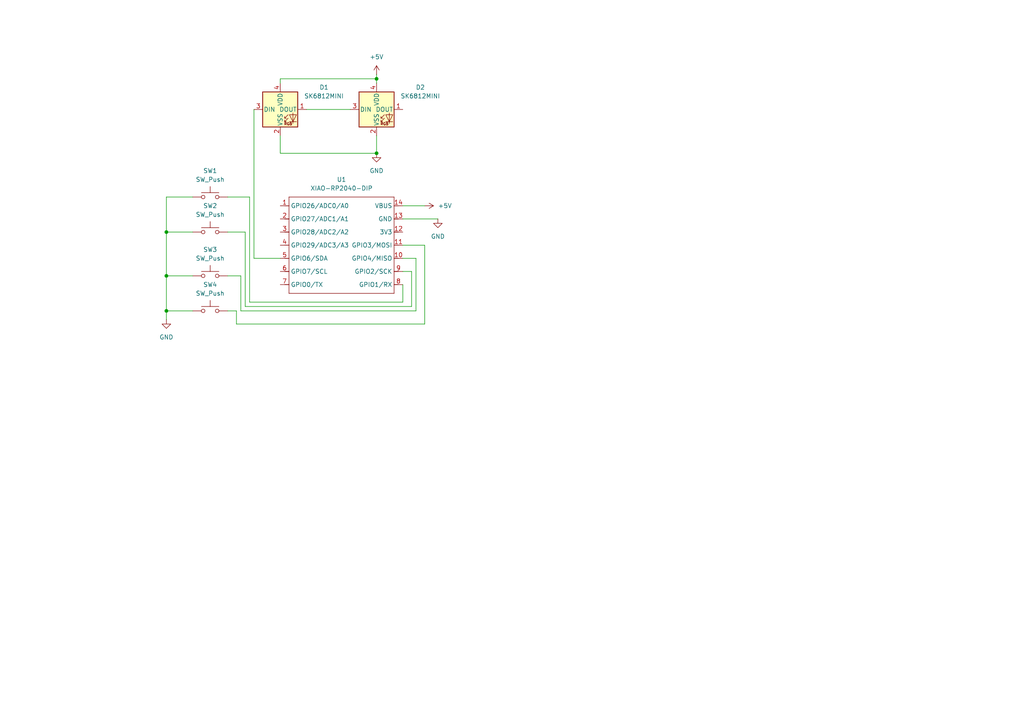
<source format=kicad_sch>
(kicad_sch (version 20250114) (generator "eeschema") (generator_version "9.0")
  (paper "A4")
  (lib_symbols
    (symbol "LED:SK6812MINI" (pin_names (offset 0.254))
      (property "Reference" "D" (at 5.08 5.715 0))
      (property "Value" "SK6812MINI" (at 1.27 -5.715 0))
      (symbol "SK6812MINI_0_0"
        (text "RGB" (at 2.286 -4.191 0) (effects (font (size 0.762 0.762))))
      )
      (symbol "SK6812MINI_0_1"
        (polyline (pts (xy 1.27 -2.54) (xy 1.778 -2.54)))
        (polyline (pts (xy 1.27 -3.556) (xy 1.778 -3.556)))
        (polyline (pts (xy 2.286 -1.524) (xy 1.27 -2.54) (xy 1.27 -2.032)))
        (polyline (pts (xy 2.286 -2.54) (xy 1.27 -3.556) (xy 1.27 -3.048)))
        (polyline (pts (xy 3.683 -1.016) (xy 3.683 -3.556) (xy 3.683 -4.064)))
        (polyline (pts (xy 4.699 -1.524) (xy 2.667 -1.524) (xy 3.683 -3.556) (xy 4.699 -1.524)))
        (polyline (pts (xy 4.699 -3.556) (xy 2.667 -3.556)))
        (rectangle (start 5.08 5.08) (end -5.08 -5.08) (stroke (width 0.254)) (fill (type background)))
      )
      (symbol "SK6812MINI_1_1"
        (pin input line (at -7.62 0 0) (length 2.54) (name "DIN") (number "3"))
        (pin power_in line (at 0 7.62 270) (length 2.54) (name "VDD") (number "4"))
        (pin power_in line (at 0 -7.62 90) (length 2.54) (name "VSS") (number "2"))
        (pin output line (at 7.62 0 180) (length 2.54) (name "DOUT") (number "1"))
      )
    )
    (symbol "OPL:XIAO-RP2040-DIP"
      (property "Reference" "U" (at 0 0 0))
      (property "Value" "XIAO-RP2040-DIP" (at 5.334 -1.778 0))
      (symbol "XIAO-RP2040-DIP_1_0"
        (polyline (pts (xy -1.27 -2.54) (xy 29.21 -2.54)) (stroke (width 0.1524)))
        (polyline (pts (xy -1.27 -5.08) (xy -2.54 -5.08)) (stroke (width 0.1524)))
        (polyline (pts (xy -1.27 -5.08) (xy -1.27 -2.54)) (stroke (width 0.1524)))
        (polyline (pts (xy -1.27 -8.89) (xy -2.54 -8.89)) (stroke (width 0.1524)))
        (polyline (pts (xy -1.27 -8.89) (xy -1.27 -5.08)) (stroke (width 0.1524)))
        (polyline (pts (xy -1.27 -12.7) (xy -2.54 -12.7)) (stroke (width 0.1524)))
        (polyline (pts (xy -1.27 -12.7) (xy -1.27 -8.89)) (stroke (width 0.1524)))
        (polyline (pts (xy -1.27 -16.51) (xy -2.54 -16.51)) (stroke (width 0.1524)))
        (polyline (pts (xy -1.27 -16.51) (xy -1.27 -12.7)) (stroke (width 0.1524)))
        (polyline (pts (xy -1.27 -20.32) (xy -2.54 -20.32)) (stroke (width 0.1524)))
        (polyline (pts (xy -1.27 -24.13) (xy -2.54 -24.13)) (stroke (width 0.1524)))
        (polyline (pts (xy -1.27 -27.94) (xy -2.54 -27.94)) (stroke (width 0.1524)))
        (polyline (pts (xy -1.27 -30.48) (xy -1.27 -16.51)) (stroke (width 0.1524)))
        (polyline (pts (xy 29.21 -2.54) (xy 29.21 -5.08)) (stroke (width 0.1524)))
        (polyline (pts (xy 29.21 -5.08) (xy 29.21 -8.89)) (stroke (width 0.1524)))
        (polyline (pts (xy 29.21 -8.89) (xy 29.21 -12.7)) (stroke (width 0.1524)))
        (polyline (pts (xy 29.21 -12.7) (xy 29.21 -30.48)) (stroke (width 0.1524)))
        (polyline (pts (xy 29.21 -30.48) (xy -1.27 -30.48)) (stroke (width 0.1524)))
        (polyline (pts (xy 30.48 -5.08) (xy 29.21 -5.08)) (stroke (width 0.1524)))
        (polyline (pts (xy 30.48 -8.89) (xy 29.21 -8.89)) (stroke (width 0.1524)))
        (polyline (pts (xy 30.48 -12.7) (xy 29.21 -12.7)) (stroke (width 0.1524)))
        (polyline (pts (xy 30.48 -16.51) (xy 29.21 -16.51)) (stroke (width 0.1524)))
        (polyline (pts (xy 30.48 -20.32) (xy 29.21 -20.32)) (stroke (width 0.1524)))
        (polyline (pts (xy 30.48 -24.13) (xy 29.21 -24.13)) (stroke (width 0.1524)))
        (polyline (pts (xy 30.48 -27.94) (xy 29.21 -27.94)) (stroke (width 0.1524)))
        (pin passive line (at -3.81 -5.08 0) (length 2.54) (name "GPIO26/ADC0/A0") (number "1"))
        (pin passive line (at -3.81 -8.89 0) (length 2.54) (name "GPIO27/ADC1/A1") (number "2"))
        (pin passive line (at -3.81 -12.7 0) (length 2.54) (name "GPIO28/ADC2/A2") (number "3"))
        (pin passive line (at -3.81 -16.51 0) (length 2.54) (name "GPIO29/ADC3/A3") (number "4"))
        (pin passive line (at -3.81 -20.32 0) (length 2.54) (name "GPIO6/SDA") (number "5"))
        (pin passive line (at -3.81 -24.13 0) (length 2.54) (name "GPIO7/SCL") (number "6"))
        (pin passive line (at -3.81 -27.94 0) (length 2.54) (name "GPIO0/TX") (number "7"))
        (pin passive line (at 31.75 -5.08 180) (length 2.54) (name "VBUS") (number "14"))
        (pin passive line (at 31.75 -8.89 180) (length 2.54) (name "GND") (number "13"))
        (pin passive line (at 31.75 -12.7 180) (length 2.54) (name "3V3") (number "12"))
        (pin passive line (at 31.75 -16.51 180) (length 2.54) (name "GPIO3/MOSI") (number "11"))
        (pin passive line (at 31.75 -20.32 180) (length 2.54) (name "GPIO4/MISO") (number "10"))
        (pin passive line (at 31.75 -24.13 180) (length 2.54) (name "GPIO2/SCK") (number "9"))
        (pin passive line (at 31.75 -27.94 180) (length 2.54) (name "GPIO1/RX") (number "8"))
      )
    )
    (symbol "Switch:SW_Push" (pin_numbers (hide yes)) (pin_names (offset 1.016) (hide yes))
      (property "Reference" "SW" (at 1.27 2.54 0))
      (property "Value" "SW_Push" (at 0 -1.524 0))
      (symbol "SW_Push_0_1"
        (circle (center -2.032 0) (radius 0.508))
        (polyline (pts (xy 0 1.27) (xy 0 3.048)))
        (circle (center 2.032 0) (radius 0.508))
        (polyline (pts (xy 2.54 1.27) (xy -2.54 1.27)))
        (pin passive line (at -5.08 0 0) (length 2.54) (name "1") (number "1"))
        (pin passive line (at 5.08 0 180) (length 2.54) (name "2") (number "2"))
      )
    )
    (symbol "power:+5V" (power) (pin_numbers (hide yes)) (pin_names (offset 0) (hide yes))
      (property "Value" "+5V" (at 0 3.556 0))
      (symbol "+5V_0_1"
        (polyline (pts (xy -0.762 1.27) (xy 0 2.54)))
        (polyline (pts (xy 0 2.54) (xy 0.762 1.27)))
        (polyline (pts (xy 0 0) (xy 0 2.54)))
      )
      (symbol "+5V_1_1"
        (pin power_in line (at 0 0 90) (length 0) (name "~") (number "1"))
      )
    )
    (symbol "power:GND" (power) (pin_numbers (hide yes)) (pin_names (offset 0) (hide yes))
      (property "Value" "GND" (at 0 -3.81 0))
      (symbol "GND_0_1"
        (polyline (pts (xy 0 0) (xy 0 -1.27) (xy 1.27 -1.27) (xy 0 -2.54) (xy -1.27 -1.27) (xy 0 -1.27)))
      )
      (symbol "GND_1_1"
        (pin power_in line (at 0 0 270) (length 0) (name "~") (number "1"))
      )
    )
  )
  (junction (at 109.22 44.45))
  (junction (at 109.22 22.86))
  (junction (at 48.26 80.01))
  (junction (at 48.26 90.17))
  (junction (at 48.26 67.31))
  (wire (pts (xy 66.04 67.31) (xy 71.12 67.31)))
  (wire (pts (xy 119.38 78.74) (xy 116.84 78.74)))
  (wire (pts (xy 109.22 22.86) (xy 109.22 24.13)))
  (wire (pts (xy 48.26 67.31) (xy 48.26 80.01)))
  (wire (pts (xy 120.65 74.93) (xy 116.84 74.93)))
  (wire (pts (xy 109.22 39.37) (xy 109.22 44.45)))
  (wire (pts (xy 123.19 93.98) (xy 123.19 71.12)))
  (wire (pts (xy 116.84 87.63) (xy 116.84 82.55)))
  (wire (pts (xy 69.85 90.17) (xy 120.65 90.17)))
  (wire (pts (xy 73.66 31.75) (xy 73.66 74.93)))
  (wire (pts (xy 55.88 57.15) (xy 48.26 57.15)))
  (wire (pts (xy 120.65 90.17) (xy 120.65 74.93)))
  (wire (pts (xy 68.58 93.98) (xy 123.19 93.98)))
  (wire (pts (xy 66.04 80.01) (xy 69.85 80.01)))
  (wire (pts (xy 48.26 67.31) (xy 55.88 67.31)))
  (wire (pts (xy 81.28 22.86) (xy 109.22 22.86)))
  (wire (pts (xy 48.26 80.01) (xy 55.88 80.01)))
  (wire (pts (xy 66.04 57.15) (xy 72.39 57.15)))
  (wire (pts (xy 48.26 57.15) (xy 48.26 67.31)))
  (wire (pts (xy 48.26 90.17) (xy 48.26 92.71)))
  (wire (pts (xy 72.39 57.15) (xy 72.39 87.63)))
  (wire (pts (xy 73.66 74.93) (xy 81.28 74.93)))
  (wire (pts (xy 81.28 39.37) (xy 81.28 44.45)))
  (wire (pts (xy 123.19 71.12) (xy 116.84 71.12)))
  (wire (pts (xy 119.38 88.9) (xy 119.38 78.74)))
  (wire (pts (xy 72.39 87.63) (xy 116.84 87.63)))
  (wire (pts (xy 48.26 80.01) (xy 48.26 90.17)))
  (wire (pts (xy 68.58 90.17) (xy 68.58 93.98)))
  (wire (pts (xy 109.22 21.59) (xy 109.22 22.86)))
  (wire (pts (xy 81.28 44.45) (xy 109.22 44.45)))
  (wire (pts (xy 71.12 88.9) (xy 119.38 88.9)))
  (wire (pts (xy 69.85 80.01) (xy 69.85 90.17)))
  (wire (pts (xy 81.28 24.13) (xy 81.28 22.86)))
  (wire (pts (xy 116.84 59.69) (xy 123.19 59.69)))
  (wire (pts (xy 88.9 31.75) (xy 101.6 31.75)))
  (wire (pts (xy 116.84 63.5) (xy 127 63.5)))
  (wire (pts (xy 48.26 90.17) (xy 55.88 90.17)))
  (wire (pts (xy 71.12 67.31) (xy 71.12 88.9)))
  (wire (pts (xy 66.04 90.17) (xy 68.58 90.17)))
  (symbol (lib_id "power:GND") (at 109.22 44.45 0) (unit 1)
    (property "Reference" "#PWR02" (effects (hide yes)))
    (property "Value" "GND" (at 109.22 49.53 0))
    (property "Description" "Power symbol creates a global label with name \"GND\" , ground" (effects (hide yes)))
  )
  (symbol (lib_id "LED:SK6812MINI") (at 109.22 31.75 0) (unit 1)
    (property "Reference" "D2" (at 121.92 25.3298 0))
    (property "Value" "SK6812MINI" (at 121.92 27.8698 0))
    (property "Footprint" "LED_SMD:LED_SK6812MINI_PLCC4_3.5x3.5mm_P1.75mm" (effects (hide yes)))
    (property "Datasheet" "https://cdn-shop.adafruit.com/product-files/2686/SK6812MINI_REV.01-1-2.pdf" (effects (hide yes)))
    (property "Description" "RGB LED with integrated controller" (effects (hide yes)))
  )
  (symbol (lib_id "LED:SK6812MINI") (at 81.28 31.75 0) (unit 1)
    (property "Reference" "D1" (at 93.98 25.3298 0))
    (property "Value" "SK6812MINI" (at 93.98 27.8698 0))
    (property "Footprint" "LED_SMD:LED_SK6812MINI_PLCC4_3.5x3.5mm_P1.75mm" (effects (hide yes)))
    (property "Datasheet" "https://cdn-shop.adafruit.com/product-files/2686/SK6812MINI_REV.01-1-2.pdf" (effects (hide yes)))
    (property "Description" "RGB LED with integrated controller" (effects (hide yes)))
  )
  (symbol (lib_id "power:GND") (at 127 63.5 0) (unit 1)
    (property "Reference" "#PWR04" (effects (hide yes)))
    (property "Value" "GND" (at 127 68.58 0))
    (property "Description" "Power symbol creates a global label with name \"GND\" , ground" (effects (hide yes)))
  )
  (symbol (lib_id "Switch:SW_Push") (at 60.96 80.01 0) (unit 1)
    (property "Reference" "SW3" (at 60.96 72.39 0))
    (property "Value" "SW_Push" (at 60.96 74.93 0))
    (property "Footprint" "Button_Switch_Keyboard:SW_Cherry_MX_1.00u_PCB" (effects (hide yes)))
    (property "Description" "Push button switch, generic, two pins" (effects (hide yes)))
  )
  (symbol (lib_id "OPL:XIAO-RP2040-DIP") (at 85.09 54.61 0) (unit 1)
    (property "Reference" "U1" (at 99.06 52.07 0))
    (property "Value" "XIAO-RP2040-DIP" (at 99.06 54.61 0))
    (property "Footprint" "opl:XIAO-RP2040-DIP" (effects (hide yes)))
  )
  (symbol (lib_id "power:+5V") (at 123.19 59.69 270) (unit 1)
    (property "Reference" "#PWR05" (effects (hide yes)))
    (property "Value" "+5V" (at 127 59.6899 90) (effects (justify left)))
    (property "Description" "Power symbol creates a global label with name \"+5V\"" (effects (hide yes)))
  )
  (symbol (lib_id "power:+5V") (at 109.22 21.59 0) (unit 1)
    (property "Reference" "#PWR03" (effects (hide yes)))
    (property "Value" "+5V" (at 109.22 16.51 0))
    (property "Description" "Power symbol creates a global label with name \"+5V\"" (effects (hide yes)))
  )
  (symbol (lib_id "Switch:SW_Push") (at 60.96 57.15 0) (unit 1)
    (property "Reference" "SW1" (at 60.96 49.53 0))
    (property "Value" "SW_Push" (at 60.96 52.07 0))
    (property "Footprint" "Button_Switch_Keyboard:SW_Cherry_MX_1.00u_PCB" (effects (hide yes)))
    (property "Description" "Push button switch, generic, two pins" (effects (hide yes)))
  )
  (symbol (lib_id "Switch:SW_Push") (at 60.96 90.17 0) (unit 1)
    (property "Reference" "SW4" (at 60.96 82.55 0))
    (property "Value" "SW_Push" (at 60.96 85.09 0))
    (property "Footprint" "Button_Switch_Keyboard:SW_Cherry_MX_1.00u_PCB" (effects (hide yes)))
    (property "Description" "Push button switch, generic, two pins" (effects (hide yes)))
  )
  (symbol (lib_id "Switch:SW_Push") (at 60.96 67.31 0) (unit 1)
    (property "Reference" "SW2" (at 60.96 59.69 0))
    (property "Value" "SW_Push" (at 60.96 62.23 0))
    (property "Footprint" "Button_Switch_Keyboard:SW_Cherry_MX_1.00u_PCB" (effects (hide yes)))
    (property "Description" "Push button switch, generic, two pins" (effects (hide yes)))
  )
  (symbol (lib_id "power:GND") (at 48.26 92.71 0) (unit 1)
    (property "Reference" "#PWR01" (effects (hide yes)))
    (property "Value" "GND" (at 48.26 97.79 0))
    (property "Description" "Power symbol creates a global label with name \"GND\" , ground" (effects (hide yes)))
  )
)
</source>
